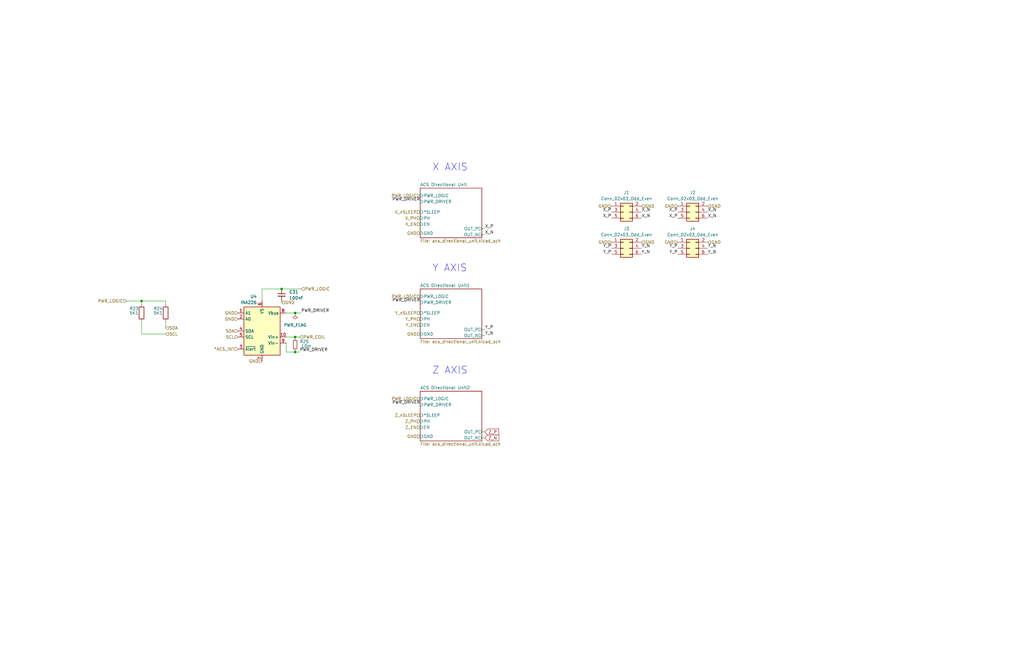
<source format=kicad_sch>
(kicad_sch (version 20250114) (generator "eeschema") (generator_version "9.0")
  (paper "B")
  (title_block (title "Attitude Control System") (date "2020-05-15"))
  (lib_symbols
    (symbol "Connector_Generic:Conn_02x03_Odd_Even" (pin_names (offset 1.016) (hide yes))
      (property "Reference" "J" (at 1.27 5.08 0))
      (property "Value" "Conn_02x03_Odd_Even" (at 1.27 -5.08 0))
      (symbol "Conn_02x03_Odd_Even_1_1"
        (rectangle (start -1.27 3.81) (end 3.81 -3.81) (stroke (width 0.254)) (fill (type background)))
        (rectangle (start -1.27 2.667) (end 0 2.413) (stroke (width 0.1524)))
        (rectangle (start -1.27 0.127) (end 0 -0.127) (stroke (width 0.1524)))
        (rectangle (start -1.27 -2.413) (end 0 -2.667) (stroke (width 0.1524)))
        (rectangle (start 3.81 2.667) (end 2.54 2.413) (stroke (width 0.1524)))
        (rectangle (start 3.81 0.127) (end 2.54 -0.127) (stroke (width 0.1524)))
        (rectangle (start 3.81 -2.413) (end 2.54 -2.667) (stroke (width 0.1524)))
        (pin passive line (at -5.08 2.54 0) (length 3.81) (name "Pin_1") (number "1"))
        (pin passive line (at -5.08 0 0) (length 3.81) (name "Pin_3") (number "3"))
        (pin passive line (at -5.08 -2.54 0) (length 3.81) (name "Pin_5") (number "5"))
        (pin passive line (at 7.62 2.54 180) (length 3.81) (name "Pin_2") (number "2"))
        (pin passive line (at 7.62 0 180) (length 3.81) (name "Pin_4") (number "4"))
        (pin passive line (at 7.62 -2.54 180) (length 3.81) (name "Pin_6") (number "6"))
      )
    )
    (symbol "Device:C_Small" (pin_numbers (hide yes)) (pin_names (offset 0.254) (hide yes))
      (property "Reference" "C" (at 0.254 1.778 0))
      (property "Value" "C_Small" (at 0.254 -2.032 0))
      (symbol "C_Small_0_1"
        (polyline (pts (xy -1.524 0.508) (xy 1.524 0.508)) (stroke (width 0.3048)))
        (polyline (pts (xy -1.524 -0.508) (xy 1.524 -0.508)) (stroke (width 0.3302)))
      )
      (symbol "C_Small_1_1"
        (pin passive line (at 0 2.54 270) (length 2.032) (name "~") (number "1"))
        (pin passive line (at 0 -2.54 90) (length 2.032) (name "~") (number "2"))
      )
    )
    (symbol "Device:R" (pin_numbers (hide yes)) (pin_names (offset 0))
      (property "Reference" "R" (at 2.032 0 90))
      (property "Value" "R" (at 0 0 90))
      (symbol "R_0_1"
        (rectangle (start -1.016 -2.54) (end 1.016 2.54) (stroke (width 0.254)))
      )
      (symbol "R_1_1"
        (pin passive line (at 0 3.81 270) (length 1.27) (name "~") (number "1"))
        (pin passive line (at 0 -3.81 90) (length 1.27) (name "~") (number "2"))
      )
    )
    (symbol "Device:R_Small" (pin_numbers (hide yes)) (pin_names (offset 0.254) (hide yes))
      (property "Reference" "R" (at 0 0 90))
      (property "Value" "R_Small" (at 1.778 0 90))
      (symbol "R_Small_0_1"
        (rectangle (start -0.762 1.778) (end 0.762 -1.778) (stroke (width 0.2032)))
      )
      (symbol "R_Small_1_1"
        (pin passive line (at 0 2.54 270) (length 0.762) (name "~") (number "1"))
        (pin passive line (at 0 -2.54 90) (length 0.762) (name "~") (number "2"))
      )
    )
    (symbol "Sensor_Energy:INA226"
      (property "Reference" "U" (at -6.35 11.43 0))
      (property "Value" "INA226" (at 3.81 11.43 0))
      (symbol "INA226_0_1"
        (rectangle (start 7.62 10.16) (end -7.62 -10.16) (stroke (width 0.254)) (fill (type background)))
      )
      (symbol "INA226_1_1"
        (pin input line (at -10.16 7.62 0) (length 2.54) (name "Vbus") (number "8"))
        (pin input line (at -10.16 -2.54 0) (length 2.54) (name "Vin+") (number "10"))
        (pin input line (at -10.16 -5.08 0) (length 2.54) (name "Vin-") (number "9"))
        (pin power_in line (at 0 12.7 270) (length 2.54) (name "VS") (number "6"))
        (pin power_in line (at 0 -12.7 90) (length 2.54) (name "GND") (number "7"))
        (pin input line (at 10.16 7.62 180) (length 2.54) (name "A1") (number "1"))
        (pin input line (at 10.16 5.08 180) (length 2.54) (name "A0") (number "2"))
        (pin bidirectional line (at 10.16 0 180) (length 2.54) (name "SDA") (number "4"))
        (pin input line (at 10.16 -2.54 180) (length 2.54) (name "SCL") (number "5"))
        (pin open_collector line (at 10.16 -7.62 180) (length 2.54) (name "~{Alert}") (number "3"))
      )
    )
    (symbol "power:PWR_FLAG" (power) (pin_numbers (hide yes)) (pin_names (offset 0) (hide yes))
      (property "Value" "PWR_FLAG" (at 0 3.81 0))
      (symbol "PWR_FLAG_0_0"
        (pin power_out line (at 0 0 90) (length 0) (name "~") (number "1"))
      )
      (symbol "PWR_FLAG_0_1"
        (polyline (pts (xy 0 0) (xy 0 1.27) (xy -1.016 1.905) (xy 0 2.54) (xy 1.016 1.905) (xy 0 1.27)))
      )
    )
  )
  (text "X AXIS" (at 182.245 72.39 0) (effects (font (size 2.9972 2.9972)) (justify left bottom)))
  (text "Z AXIS" (at 182.245 158.115 0) (effects (font (size 2.9972 2.9972)) (justify left bottom)))
  (text "Y AXIS" (at 182.245 114.935 0) (effects (font (size 2.9972 2.9972)) (justify left bottom)))
  (junction (at 118.745 121.92))
  (junction (at 59.69 127))
  (junction (at 124.46 148.59))
  (junction (at 124.46 132.08))
  (junction (at 124.46 142.24))
  (wire (pts (xy 124.46 147.955) (xy 124.46 148.59)))
  (wire (pts (xy 118.745 121.92) (xy 110.49 121.92)))
  (wire (pts (xy 59.69 127) (xy 69.85 127)))
  (wire (pts (xy 69.85 135.89) (xy 69.85 138.43)))
  (wire (pts (xy 204.47 184.785) (xy 203.2 184.785)))
  (wire (pts (xy 204.47 182.245) (xy 203.2 182.245)))
  (wire (pts (xy 120.65 148.59) (xy 124.46 148.59)))
  (wire (pts (xy 118.745 127.635) (xy 118.745 127)))
  (wire (pts (xy 59.69 127) (xy 59.69 128.27)))
  (wire (pts (xy 126.365 142.24) (xy 124.46 142.24)))
  (wire (pts (xy 127 132.08) (xy 124.46 132.08)))
  (wire (pts (xy 69.85 127) (xy 69.85 128.27)))
  (wire (pts (xy 110.49 121.92) (xy 110.49 127)))
  (wire (pts (xy 53.34 127) (xy 59.69 127)))
  (wire (pts (xy 124.46 132.08) (xy 120.65 132.08)))
  (wire (pts (xy 59.69 135.89) (xy 59.69 140.97)))
  (wire (pts (xy 124.46 148.59) (xy 126.365 148.59)))
  (wire (pts (xy 204.47 99.06) (xy 203.2 99.06)))
  (wire (pts (xy 59.69 140.97) (xy 69.85 140.97)))
  (wire (pts (xy 204.47 96.52) (xy 203.2 96.52)))
  (wire (pts (xy 204.47 141.605) (xy 203.2 141.605)))
  (wire (pts (xy 124.46 142.24) (xy 124.46 142.875)))
  (wire (pts (xy 127 121.92) (xy 118.745 121.92)))
  (wire (pts (xy 120.65 144.78) (xy 120.65 148.59)))
  (wire (pts (xy 204.47 139.065) (xy 203.2 139.065)))
  (wire (pts (xy 124.46 142.24) (xy 120.65 142.24)))
  (label "PWR_DRIVER" (at 177.165 85.09 180))
  (label "Y_N" (at 270.51 104.775 0))
  (label "PWR_DRIVER" (at 177.165 127.635 180))
  (label "Y_N" (at 298.45 107.315 0))
  (label "Y_P" (at 204.47 139.065 0))
  (label "PWR_DRIVER" (at 127 132.08 0))
  (label "X_N" (at 204.47 99.06 0))
  (label "X_P" (at 285.75 89.535 180))
  (label "Y_P" (at 285.75 104.775 180))
  (label "Y_P" (at 257.81 104.775 180))
  (label "PWR_DRIVER" (at 177.165 170.815 180))
  (label "Y_P" (at 285.75 107.315 180))
  (label "Y_N" (at 204.47 141.605 0))
  (label "Y_N" (at 270.51 107.315 0))
  (label "Y_P" (at 257.81 107.315 180))
  (label "Y_N" (at 298.45 104.775 0))
  (label "X_N" (at 298.45 89.535 0))
  (label "X_P" (at 204.47 96.52 0))
  (label "X_P" (at 285.75 92.075 180))
  (label "X_N" (at 270.51 89.535 0))
  (label "X_N" (at 270.51 92.075 0))
  (label "PWR_DRIVER" (at 126.365 148.59 0))
  (label "X_P" (at 257.81 89.535 180))
  (label "X_N" (at 298.45 92.075 0))
  (label "X_P" (at 257.81 92.075 180))
  (global_label "Z_P" (shape input) (at 204.47 182.245 0) (property "Intersheetrefs" "${INTERSHEET_REFS}" (effects (hide yes))))
  (global_label "Z_N" (shape input) (at 204.47 184.785 0) (property "Intersheetrefs" "${INTERSHEET_REFS}" (effects (hide yes))))
  (hierarchical_label "*ACS_INT" (shape input) (at 100.33 147.32 180))
  (hierarchical_label "PWR_COIL" (shape input) (at 126.365 142.24 0))
  (hierarchical_label "PWR_LOGIC" (shape input) (at 177.165 168.275 180))
  (hierarchical_label "GND" (shape input) (at 118.745 127.635 0))
  (hierarchical_label "SDA" (shape input) (at 100.33 139.7 180))
  (hierarchical_label "GND" (shape input) (at 270.51 86.995 0))
  (hierarchical_label "Z_nSLEEP" (shape input) (at 177.165 175.26 180))
  (hierarchical_label "GND" (shape input) (at 100.33 132.08 180))
  (hierarchical_label "GND" (shape input) (at 298.45 102.235 0))
  (hierarchical_label "GND" (shape input) (at 257.81 102.235 180))
  (hierarchical_label "GND" (shape input) (at 257.81 86.995 180))
  (hierarchical_label "GND" (shape input) (at 177.165 98.425 180))
  (hierarchical_label "Y_PH" (shape input) (at 177.165 134.62 180))
  (hierarchical_label "PWR_LOGIC" (shape input) (at 127 121.92 0))
  (hierarchical_label "GND" (shape input) (at 110.49 152.4 180))
  (hierarchical_label "Y_nSLEEP" (shape input) (at 177.165 132.08 180))
  (hierarchical_label "SCL" (shape input) (at 69.85 140.97 0))
  (hierarchical_label "X_nSLEEP" (shape input) (at 177.165 89.535 180))
  (hierarchical_label "SDA" (shape input) (at 69.85 138.43 0))
  (hierarchical_label "GND" (shape input) (at 285.75 86.995 180))
  (hierarchical_label "Z_PH" (shape input) (at 177.165 177.8 180))
  (hierarchical_label "GND" (shape input) (at 177.165 140.97 180))
  (hierarchical_label "GND" (shape input) (at 285.75 102.235 180))
  (hierarchical_label "GND" (shape input) (at 270.51 102.235 0))
  (hierarchical_label "PWR_LOGIC" (shape input) (at 53.34 127 180))
  (hierarchical_label "Z_EN" (shape input) (at 177.165 180.34 180))
  (hierarchical_label "X_PH" (shape input) (at 177.165 92.075 180))
  (hierarchical_label "SCL" (shape input) (at 100.33 142.24 180))
  (hierarchical_label "PWR_LOGIC" (shape input) (at 177.165 82.55 180))
  (hierarchical_label "Y_EN" (shape input) (at 177.165 137.16 180))
  (hierarchical_label "PWR_LOGIC" (shape input) (at 177.165 125.095 180))
  (hierarchical_label "GND" (shape input) (at 100.33 134.62 180))
  (hierarchical_label "X_EN" (shape input) (at 177.165 94.615 180))
  (hierarchical_label "GND" (shape input) (at 298.45 86.995 0))
  (hierarchical_label "GND" (shape input) (at 177.165 184.15 180))
  (symbol (lib_id "Device:R") (at 69.85 132.08 0) (unit 1)
    (property "Reference" "R24" (at 66.675 130.175 0))
    (property "Value" "5K1" (at 66.675 132.08 0))
    (property "Footprint" "Resistor_SMD:R_0402_1005Metric_Pad0.72x0.64mm_HandSolder" (effects (hide yes)))
    (property "Datasheet" "https://www.yageo.com/upload/media/product/products/datasheet/rchip/PYu-RC_Group_51_RoHS_L_12.pdf" (effects (hide yes)))
    (property "Manufacturer" "YAGEO" (effects (hide yes)))
    (property "Part Number" "RC0402FR-075K1L" (effects (hide yes)))
    (property "Tolerance" "1" (effects (hide yes)))
  )
  (symbol (lib_id "Device:R") (at 59.69 132.08 0) (unit 1)
    (property "Reference" "R23" (at 56.515 130.175 0))
    (property "Value" "5K1" (at 56.515 132.08 0))
    (property "Footprint" "Resistor_SMD:R_0402_1005Metric_Pad0.72x0.64mm_HandSolder" (effects (hide yes)))
    (property "Datasheet" "https://www.yageo.com/upload/media/product/products/datasheet/rchip/PYu-RC_Group_51_RoHS_L_12.pdf" (effects (hide yes)))
    (property "Manufacturer" "YAGEO" (effects (hide yes)))
    (property "Part Number" "RC0402FR-075K1L" (effects (hide yes)))
    (property "Tolerance" "1" (effects (hide yes)))
  )
  (symbol (lib_id "Connector_Generic:Conn_02x03_Odd_Even") (at 262.89 104.775 0) (unit 1)
    (property "Reference" "J3" (at 264.16 96.52 0))
    (property "Value" "Conn_02x03_Odd_Even" (at 264.16 99.06 0))
    (property "Footprint" "Common:HARWIN_M50-3200345" (effects (hide yes)))
    (property "Datasheet" "https://cdn.harwin.com/pdfs/M50-320.pdf" (effects (hide yes)))
    (property "Description" "Generic connector, double row, 02x03, odd/even pin numbering scheme (row 1 odd numbers, row 2 even numbers), script generated (kicad-library-utils/schlib/autogen/connector/)" (effects (hide yes)))
    (property "Manufacturer" "Harwin" (effects (hide yes)))
    (property "Part Number" "M50-3200345" (effects (hide yes)))
  )
  (symbol (lib_id "power:PWR_FLAG") (at 124.46 132.08 180) (unit 1)
    (property "Reference" "#FLG06" (effects (hide yes)))
    (property "Value" "PWR_FLAG" (at 124.46 137.16 0))
    (property "Description" "Special symbol for telling ERC where power comes from" (effects (hide yes)))
  )
  (symbol (lib_id "Device:C_Small") (at 118.745 124.46 0) (unit 1)
    (property "Reference" "C31" (at 121.92 123.1962 0) (effects (justify left)))
    (property "Value" "100nF" (at 121.92 125.7362 0) (effects (justify left)))
    (property "Footprint" "Capacitor_SMD:C_0402_1005Metric_Pad0.74x0.62mm_HandSolder" (effects (hide yes)))
    (property "Datasheet" "https://search.murata.co.jp/Ceramy/image/img/A01X/G101/ENG/GRM155R61E104KA87-01.pdf" (effects (hide yes)))
    (property "Description" "Unpolarized capacitor, small symbol" (effects (hide yes)))
    (property "Manufacturer" "Murata" (effects (hide yes)))
    (property "Part Number" "GRM155R61E104KA87D" (effects (hide yes)))
    (property "Tolerance" "10" (effects (hide yes)))
    (property "Voltage" "25" (effects (hide yes)))
  )
  (symbol (lib_id "Sensor_Energy:INA226") (at 110.49 139.7 0) (mirror y) (unit 1)
    (property "Reference" "U4" (at 108.2959 125.095 0) (effects (justify left)))
    (property "Value" "INA226" (at 108.2959 127.635 0) (effects (justify left)))
    (property "Footprint" "Package_SO:VSSOP-10_3x3mm_P0.5mm" (effects (hide yes)))
    (property "Datasheet" "http://www.ti.com/lit/ds/symlink/ina226.pdf" (effects (hide yes)))
    (property "Description" "High-Side or Low-Side Measurement, Bi-Directional Current and Power Monitor (0-36V) with I2C Compatible Interface, VSSOP-10" (effects (hide yes)))
    (property "Manufacturer" "TI" (effects (hide yes)))
    (property "Part Number" "INA226" (effects (hide yes)))
  )
  (symbol (lib_id "Connector_Generic:Conn_02x03_Odd_Even") (at 262.89 89.535 0) (unit 1)
    (property "Reference" "J1" (at 264.16 81.28 0))
    (property "Value" "Conn_02x03_Odd_Even" (at 264.16 83.82 0))
    (property "Footprint" "Common:HARWIN_M50-3200345" (effects (hide yes)))
    (property "Datasheet" "https://cdn.harwin.com/pdfs/M50-320.pdf" (effects (hide yes)))
    (property "Description" "Generic connector, double row, 02x03, odd/even pin numbering scheme (row 1 odd numbers, row 2 even numbers), script generated (kicad-library-utils/schlib/autogen/connector/)" (effects (hide yes)))
    (property "Manufacturer" "Harwin" (effects (hide yes)))
    (property "Part Number" "M50-3200345" (effects (hide yes)))
  )
  (symbol (lib_id "Device:R_Small") (at 124.46 145.415 0) (unit 1)
    (property "Reference" "R25" (at 126.365 144.1449 0) (effects (justify left)))
    (property "Value" "10m" (at 127 146.05 0) (effects (justify left)))
    (property "Footprint" "Resistor_SMD:R_0805_2012Metric_Pad1.20x1.40mm_HandSolder" (effects (hide yes)))
    (property "Datasheet" "https://mm.digikey.com/Volume0/opasdata/d220001/medias/docus/5343/PE_Series_DS.pdf" (effects (hide yes)))
    (property "Description" "Resistor, small symbol" (effects (hide yes)))
    (property "Manufacturer" "YAGEO" (effects (hide yes)))
    (property "Part Number" "PE0805FRE470R01Z" (effects (hide yes)))
    (property "Tolerance" "1" (effects (hide yes)))
  )
  (symbol (lib_id "Connector_Generic:Conn_02x03_Odd_Even") (at 290.83 89.535 0) (unit 1)
    (property "Reference" "J2" (at 292.1 81.28 0))
    (property "Value" "Conn_02x03_Odd_Even" (at 292.1 83.82 0))
    (property "Footprint" "Common:HARWIN_M50-3200345" (effects (hide yes)))
    (property "Datasheet" "https://cdn.harwin.com/pdfs/M50-320.pdf" (effects (hide yes)))
    (property "Description" "Generic connector, double row, 02x03, odd/even pin numbering scheme (row 1 odd numbers, row 2 even numbers), script generated (kicad-library-utils/schlib/autogen/connector/)" (effects (hide yes)))
    (property "Manufacturer" "Harwin" (effects (hide yes)))
    (property "Part Number" "M50-3200345" (effects (hide yes)))
  )
  (symbol (lib_id "Connector_Generic:Conn_02x03_Odd_Even") (at 290.83 104.775 0) (unit 1)
    (property "Reference" "J4" (at 292.1 96.52 0))
    (property "Value" "Conn_02x03_Odd_Even" (at 292.1 99.06 0))
    (property "Footprint" "Common:HARWIN_M50-3200345" (effects (hide yes)))
    (property "Datasheet" "https://cdn.harwin.com/pdfs/M50-320.pdf" (effects (hide yes)))
    (property "Description" "Generic connector, double row, 02x03, odd/even pin numbering scheme (row 1 odd numbers, row 2 even numbers), script generated (kicad-library-utils/schlib/autogen/connector/)" (effects (hide yes)))
    (property "Manufacturer" "Harwin" (effects (hide yes)))
    (property "Part Number" "M50-3200345" (effects (hide yes)))
  )
  (sheet (at 177.165 165.1) (size 26.035 20.955) (stroke (width 0.1524))
    (property "Sheetname" "ACS Directional Unit2" (at 177.165 164.3884 0) (effects (justify left bottom)))
    (property "Sheetfile" "acs_directional_unit.kicad_sch" (at 177.165 186.6396 0) (effects (justify left top)))
    (pin "GND" input (at 177.165 184.15 180))
    (pin "PWR_LOGIC" input (at 177.165 168.275 180))
    (pin "PH" input (at 177.165 177.8 180))
    (pin "*SLEEP" input (at 177.165 175.26 180))
    (pin "EN" input (at 177.165 180.34 180))
    (pin "OUT_P" output (at 203.2 182.245 0))
    (pin "OUT_N" output (at 203.2 184.785 0))
    (pin "PWR_DRIVER" input (at 177.165 170.815 180))
  )
  (sheet (at 177.165 79.375) (size 26.035 20.955) (stroke (width 0.1524))
    (property "Sheetname" "ACS Directional Unit" (at 177.165 78.6634 0) (effects (justify left bottom)))
    (property "Sheetfile" "acs_directional_unit.kicad_sch" (at 177.165 100.9146 0) (effects (justify left top)))
    (pin "GND" input (at 177.165 98.425 180))
    (pin "PWR_LOGIC" input (at 177.165 82.55 180))
    (pin "PH" input (at 177.165 92.075 180))
    (pin "*SLEEP" input (at 177.165 89.535 180))
    (pin "EN" input (at 177.165 94.615 180))
    (pin "OUT_P" output (at 203.2 96.52 0))
    (pin "OUT_N" output (at 203.2 99.06 0))
    (pin "PWR_DRIVER" input (at 177.165 85.09 180))
  )
  (sheet (at 177.165 121.92) (size 26.035 20.955) (stroke (width 0.1524))
    (property "Sheetname" "ACS Directional Unit1" (at 177.165 121.2084 0) (effects (justify left bottom)))
    (property "Sheetfile" "acs_directional_unit.kicad_sch" (at 177.165 143.4596 0) (effects (justify left top)))
    (pin "GND" input (at 177.165 140.97 180))
    (pin "PWR_LOGIC" input (at 177.165 125.095 180))
    (pin "PH" input (at 177.165 134.62 180))
    (pin "*SLEEP" input (at 177.165 132.08 180))
    (pin "EN" input (at 177.165 137.16 180))
    (pin "OUT_P" output (at 203.2 139.065 0))
    (pin "OUT_N" output (at 203.2 141.605 0))
    (pin "PWR_DRIVER" input (at 177.165 127.635 180))
  )
)
</source>
